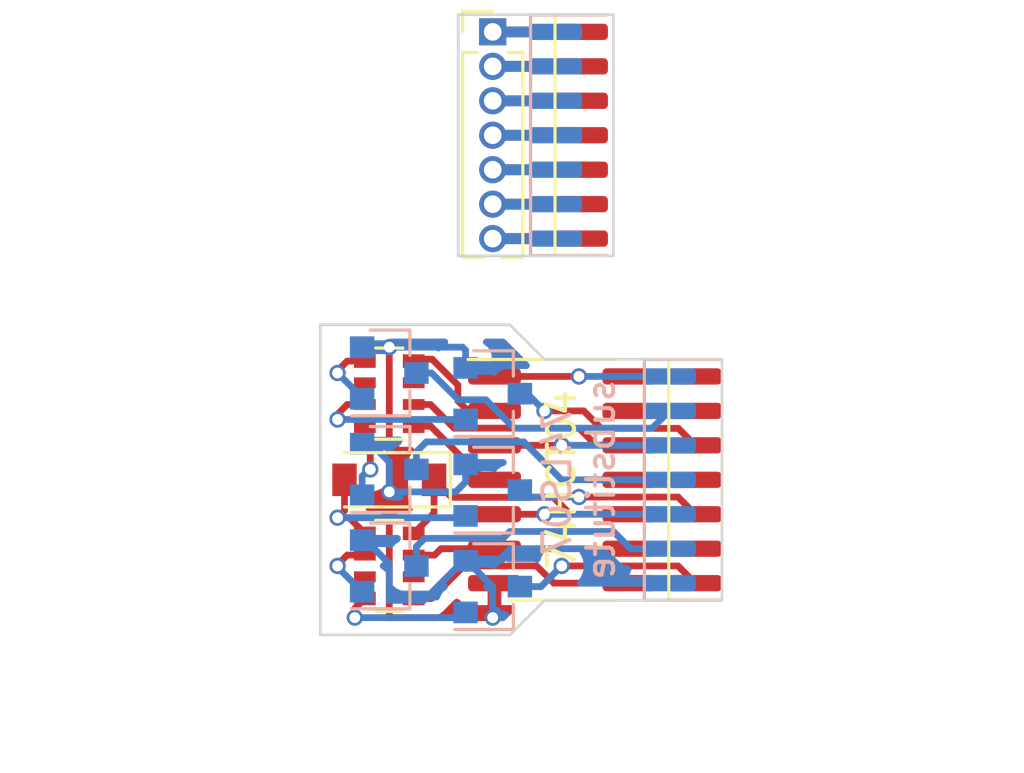
<source format=kicad_pcb>
(kicad_pcb (version 20211014) (generator pcbnew)
  (layers (0 "F.Cu" signal) (31 "B.Cu" signal) (34 "B.Paste" user) (35 "F.Paste" user) (36 "B.SilkS" user "B.Silkscreen") (37 "F.SilkS" user "F.Silkscreen") (38 "B.Mask" user) (39 "F.Mask" user) (44 "Edge.Cuts" user))
  (net 0 "")
  (net 1 "Net-(DID1-Pad2)")
  (net 2 "Net-(DID1-Pad1)")
  (net 3 "2Y")
  (net 4 "GND")
  (net 5 "Net-(Q1-Pad1)")
  (net 6 "3Y")
  (net 7 "Net-(Q2-Pad1)")
  (net 8 "4Y")
  (net 9 "Net-(Q3-Pad1)")
  (net 10 "6Y")
  (net 11 "Net-(Q4-Pad1)")
  (net 12 "5Y")
  (net 13 "1Y")
  (net 14 "Net-(Q6-Pad1)")
  (net 15 "Net-(RN1-Pad4)")
  (net 16 "Net-(RN1-Pad1)")
  (net 17 "Net-(RN2-Pad1)")
  (net 18 "Net-(U1-Pad14)")
  (net 19 "1A")
  (net 20 "5A")
  (net 21 "6A")
  (net 22 "4A")
  (net 23 "3A")
  (net 24 "2A")
  (net 25 "Net-(RN1-Pad2)")
  (net 26 "Net-(RN2-Pad3)")
  (footprint "Resistor_SMD:R_Array_Convex_4x0603" (layer "F.Cu") (at 128.905 85.725 180)
    (fp_text reference "RN1" hide)
    (fp_text value "1k")
    (fp_line (start 0.5 -1.68) (end -0.5 -1.68) (layer "F.SilkS") (width 0.12))
    (fp_line (start 0.5 1.68) (end -0.5 1.68) (layer "F.SilkS") (width 0.12))
    (pad "1" smd rect (at -0.9 -1.2 180) (size 0.8 0.5) (layers "F.Cu" "F.Paste" "F.Mask") (net 16 "Net-(RN1-Pad1)"))
    (pad "2" smd rect (at -0.9 -0.4 180) (size 0.8 0.4) (layers "F.Cu" "F.Paste" "F.Mask") (net 25 "Net-(RN1-Pad2)"))
    (pad "3" smd rect (at -0.9 0.4 180) (size 0.8 0.4) (layers "F.Cu" "F.Paste" "F.Mask"))
    (pad "4" smd rect (at -0.9 1.2 180) (size 0.8 0.5) (layers "F.Cu" "F.Paste" "F.Mask") (net 15 "Net-(RN1-Pad4)"))
    (pad "5" smd rect (at 0.9 1.2 180) (size 0.8 0.5) (layers "F.Cu" "F.Paste" "F.Mask") (net 5 "Net-(Q1-Pad1)"))
    (pad "6" smd rect (at 0.9 0.4 180) (size 0.8 0.4) (layers "F.Cu" "F.Paste" "F.Mask"))
    (pad "7" smd rect (at 0.9 -0.4 180) (size 0.8 0.4) (layers "F.Cu" "F.Paste" "F.Mask") (net 14 "Net-(Q6-Pad1)"))
    (pad "8" smd rect (at 0.9 -1.2 180) (size 0.8 0.5) (layers "F.Cu" "F.Paste" "F.Mask") (net 7 "Net-(Q2-Pad1)"))
  )
  (footprint "74LS07 replacement:SOIC-14_3.9x8.7mm_P1.27mm_replacement" (layer "F.Cu") (at 139.7 88.9)
    (fp_text reference "U2" hide)
    (fp_text value "74LS07")
    (fp_line (start -1.4 -4.435) (end -1.4 4.435) (layer "B.SilkS") (width 0.12))
    (fp_line (start -1.4 -4.435) (end 1.4 -4.435) (layer "B.SilkS") (width 0.12))
    (fp_line (start -1.4 4.435) (end 1.4 4.435) (layer "B.SilkS") (width 0.12))
    (fp_line (start -0.5 -4.435) (end 1.4 -4.435) (layer "F.SilkS") (width 0.12))
    (fp_line (start -0.5 4.435) (end 1.4 4.435) (layer "F.SilkS") (width 0.12))
    (fp_line (start -0.5 -4.435) (end -0.5 4.435) (layer "F.SilkS") (width 0.12))
    (pad "1" smd roundrect locked (at -0.475 -3.81) (size 1.95 0.6) (layers "B.Cu" "B.Paste" "B.Mask") (net 24 "2A"))
    (pad "2" smd roundrect locked (at -0.475 -2.54) (size 1.95 0.6) (layers "B.Cu" "B.Paste" "B.Mask") (net 3 "2Y"))
    (pad "3" smd roundrect locked (at -0.475 -1.27) (size 1.95 0.6) (layers "B.Cu" "B.Paste" "B.Mask") (net 23 "3A"))
    (pad "4" smd roundrect locked (at -0.475 0) (size 1.95 0.6) (layers "B.Cu" "B.Paste" "B.Mask") (net 6 "3Y"))
    (pad "5" smd roundrect locked (at -0.475 1.27) (size 1.95 0.6) (layers "B.Cu" "B.Paste" "B.Mask") (net 22 "4A"))
    (pad "6" smd roundrect locked (at -0.475 2.54) (size 1.95 0.6) (layers "B.Cu" "B.Paste" "B.Mask") (net 8 "4Y"))
    (pad "7" smd roundrect locked (at -0.475 3.81) (size 1.95 0.6) (layers "B.Cu" "B.Paste" "B.Mask") (net 4 "GND"))
    (pad "8" smd roundrect locked (at 0.475 3.81) (size 1.95 0.6) (layers "F.Cu" "F.Paste" "F.Mask") (net 10 "6Y"))
    (pad "9" smd roundrect locked (at 0.475 2.54) (size 1.95 0.6) (layers "F.Cu" "F.Paste" "F.Mask") (net 21 "6A"))
    (pad "10" smd roundrect locked (at 0.475 1.27) (size 1.95 0.6) (layers "F.Cu" "F.Paste" "F.Mask") (net 12 "5Y"))
    (pad "11" smd roundrect locked (at 0.475 0) (size 1.95 0.6) (layers "F.Cu" "F.Paste" "F.Mask") (net 20 "5A"))
    (pad "12" smd roundrect locked (at 0.475 -1.27) (size 1.95 0.6) (layers "F.Cu" "F.Paste" "F.Mask") (net 13 "1Y"))
    (pad "13" smd roundrect locked (at 0.475 -2.54) (size 1.95 0.6) (layers "F.Cu" "F.Paste" "F.Mask") (net 19 "1A"))
    (pad "14" smd roundrect locked (at 0.475 -3.81) (size 1.95 0.6) (layers "F.Cu" "F.Paste" "F.Mask") (net 18 "Net-(U1-Pad14)"))
  )
  (footprint "Package_SO:SOIC-14_3.9x8.7mm_P1.27mm" (layer "F.Cu") (at 135.255 88.9)
    (fp_text reference "U1" hide)
    (fp_text value "74HC04")
    (fp_line (start 0 -4.435) (end 1.95 -4.435) (layer "F.SilkS") (width 0.12))
    (fp_line (start 0 -4.435) (end -3.45 -4.435) (layer "F.SilkS") (width 0.12))
    (fp_line (start 0 4.435) (end -1.95 4.435) (layer "F.SilkS") (width 0.12))
    (fp_line (start 0 4.435) (end 1.95 4.435) (layer "F.SilkS") (width 0.12))
    (pad "1" smd roundrect (at -2.475 -3.81) (size 1.95 0.6) (layers "F.Cu" "F.Paste" "F.Mask") (net 24 "2A"))
    (pad "2" smd roundrect (at -2.475 -2.54) (size 1.95 0.6) (layers "F.Cu" "F.Paste" "F.Mask") (net 15 "Net-(RN1-Pad4)"))
    (pad "3" smd roundrect (at -2.475 -1.27) (size 1.95 0.6) (layers "F.Cu" "F.Paste" "F.Mask") (net 23 "3A"))
    (pad "4" smd roundrect (at -2.475 0) (size 1.95 0.6) (layers "F.Cu" "F.Paste" "F.Mask") (net 16 "Net-(RN1-Pad1)"))
    (pad "5" smd roundrect (at -2.475 1.27) (size 1.95 0.6) (layers "F.Cu" "F.Paste" "F.Mask") (net 22 "4A"))
    (pad "6" smd roundrect (at -2.475 2.54) (size 1.95 0.6) (layers "F.Cu" "F.Paste" "F.Mask") (net 26 "Net-(RN2-Pad3)"))
    (pad "7" smd roundrect (at -2.475 3.81) (size 1.95 0.6) (layers "F.Cu" "F.Paste" "F.Mask") (net 4 "GND"))
    (pad "8" smd roundrect (at 2.475 3.81) (size 1.95 0.6) (layers "F.Cu" "F.Paste" "F.Mask") (net 17 "Net-(RN2-Pad1)"))
    (pad "9" smd roundrect (at 2.475 2.54) (size 1.95 0.6) (layers "F.Cu" "F.Paste" "F.Mask") (net 21 "6A"))
    (pad "10" smd roundrect (at 2.475 1.27) (size 1.95 0.6) (layers "F.Cu" "F.Paste" "F.Mask") (net 2 "Net-(DID1-Pad1)"))
    (pad "11" smd roundrect (at 2.475 0) (size 1.95 0.6) (layers "F.Cu" "F.Paste" "F.Mask") (net 20 "5A"))
    (pad "12" smd roundrect (at 2.475 -1.27) (size 1.95 0.6) (layers "F.Cu" "F.Paste" "F.Mask") (net 25 "Net-(RN1-Pad2)"))
    (pad "13" smd roundrect (at 2.475 -2.54) (size 1.95 0.6) (layers "F.Cu" "F.Paste" "F.Mask") (net 19 "1A"))
    (pad "14" smd roundrect (at 2.475 -3.81) (size 1.95 0.6) (layers "F.Cu" "F.Paste" "F.Mask") (net 18 "Net-(U1-Pad14)"))
  )
  (footprint "Resistor_SMD:R_Array_Convex_4x0603" (layer "F.Cu") (at 128.905 92.075 180)
    (fp_text reference "RN2" hide)
    (fp_text value "1k")
    (fp_line (start 0.5 -1.68) (end -0.5 -1.68) (layer "F.SilkS") (width 0.12))
    (fp_line (start 0.5 1.68) (end -0.5 1.68) (layer "F.SilkS") (width 0.12))
    (pad "1" smd rect (at -0.9 -1.2 180) (size 0.8 0.5) (layers "F.Cu" "F.Paste" "F.Mask") (net 17 "Net-(RN2-Pad1)"))
    (pad "2" smd rect (at -0.9 -0.4 180) (size 0.8 0.4) (layers "F.Cu" "F.Paste" "F.Mask"))
    (pad "3" smd rect (at -0.9 0.4 180) (size 0.8 0.4) (layers "F.Cu" "F.Paste" "F.Mask") (net 26 "Net-(RN2-Pad3)"))
    (pad "4" smd rect (at -0.9 1.2 180) (size 0.8 0.5) (layers "F.Cu" "F.Paste" "F.Mask") (net 2 "Net-(DID1-Pad1)"))
    (pad "5" smd rect (at 0.9 1.2 180) (size 0.8 0.5) (layers "F.Cu" "F.Paste" "F.Mask") (net 1 "Net-(DID1-Pad2)"))
    (pad "6" smd rect (at 0.9 0.4 180) (size 0.8 0.4) (layers "F.Cu" "F.Paste" "F.Mask") (net 9 "Net-(Q3-Pad1)"))
    (pad "7" smd rect (at 0.9 -0.4 180) (size 0.8 0.4) (layers "F.Cu" "F.Paste" "F.Mask"))
    (pad "8" smd rect (at 0.9 -1.2 180) (size 0.8 0.5) (layers "F.Cu" "F.Paste" "F.Mask") (net 11 "Net-(Q4-Pad1)"))
  )
  (footprint "Diode_SMD:D_SOD-123" (layer "F.Cu") (at 128.905 88.9 180)
    (fp_text reference "DID1" hide)
    (fp_text value "1N5819W")
    (fp_line (start -2.25 -1) (end -2.25 1) (layer "F.SilkS") (width 0.12))
    (fp_line (start -2.25 1) (end 1.65 1) (layer "F.SilkS") (width 0.12))
    (fp_line (start -2.25 -1) (end 1.65 -1) (layer "F.SilkS") (width 0.12))
    (pad "1" smd rect (at -1.65 0 180) (size 0.9 1.2) (layers "F.Cu" "F.Paste" "F.Mask") (net 2 "Net-(DID1-Pad1)"))
    (pad "2" smd rect (at 1.65 0 180) (size 0.9 1.2) (layers "F.Cu" "F.Paste" "F.Mask") (net 1 "Net-(DID1-Pad2)"))
  )
  (footprint "Connector_PinHeader_1.27mm:PinHeader_1x07_P1.27mm_Vertical" (layer "F.Cu") (at 132.715 72.39)
    (fp_text reference "REF**" hide)
    (fp_text value "PinHeader_1x07_P1.27mm_Vertical")
    (fp_line (start 0.30753 8.315) (end 1.11 8.315) (layer "F.SilkS") (width 0.12))
    (fp_line (start -1.11 0) (end -1.11 -0.76) (layer "F.SilkS") (width 0.12))
    (fp_line (start -1.11 0.76) (end -0.563471 0.76) (layer "F.SilkS") (width 0.12))
    (fp_line (start -1.11 0.76) (end -1.11 8.315) (layer "F.SilkS") (width 0.12))
    (fp_line (start -1.11 8.315) (end -0.30753 8.315) (layer "F.SilkS") (width 0.12))
    (fp_line (start 0.563471 0.76) (end 1.11 0.76) (layer "F.SilkS") (width 0.12))
    (fp_line (start -1.11 -0.76) (end 0 -0.76) (layer "F.SilkS") (width 0.12))
    (fp_line (start 1.11 0.76) (end 1.11 8.315) (layer "F.SilkS") (width 0.12))
    (pad "1" thru_hole rect (at 0 0) (size 1 1) (drill 0.65) (layers *.Cu *.Mask))
    (pad "2" thru_hole oval (at 0 1.27) (size 1 1) (drill 0.65) (layers *.Cu *.Mask))
    (pad "3" thru_hole oval (at 0 2.54) (size 1 1) (drill 0.65) (layers *.Cu *.Mask))
    (pad "4" thru_hole oval (at 0 3.81) (size 1 1) (drill 0.65) (layers *.Cu *.Mask))
    (pad "5" thru_hole oval (at 0 5.08) (size 1 1) (drill 0.65) (layers *.Cu *.Mask))
    (pad "6" thru_hole oval (at 0 6.35) (size 1 1) (drill 0.65) (layers *.Cu *.Mask))
    (pad "7" thru_hole oval (at 0 7.62) (size 1 1) (drill 0.65) (layers *.Cu *.Mask))
  )
  (footprint "74LS07 replacement:SOIC-14_3.9x8.7mm_P1.27mm_replacement" (layer "F.Cu") (at 135.509 76.2)
    (fp_text reference "REF**" hide)
    (fp_text value "SOIC-14_3.9x8.7mm_P1.27mm_replacement")
    (fp_line (start -1.4 -4.435) (end 1.4 -4.435) (layer "B.SilkS") (width 0.12))
    (fp_line (start -1.4 4.435) (end 1.4 4.435) (layer "B.SilkS") (width 0.12))
    (fp_line (start -1.4 -4.435) (end -1.4 4.435) (layer "B.SilkS") (width 0.12))
    (fp_line (start -0.5 4.435) (end 1.4 4.435) (layer "F.SilkS") (width 0.12))
    (fp_line (start -0.5 -4.435) (end -0.5 4.435) (layer "F.SilkS") (width 0.12))
    (fp_line (start -0.5 -4.435) (end 1.4 -4.435) (layer "F.SilkS") (width 0.12))
    (pad "1" smd roundrect locked (at -0.475 -3.81) (size 1.95 0.6) (layers "B.Cu" "B.Paste" "B.Mask"))
    (pad "2" smd roundrect locked (at -0.475 -2.54) (size 1.95 0.6) (layers "B.Cu" "B.Paste" "B.Mask"))
    (pad "3" smd roundrect locked (at -0.475 -1.27) (size 1.95 0.6) (layers "B.Cu" "B.Paste" "B.Mask"))
    (pad "4" smd roundrect locked (at -0.475 0) (size 1.95 0.6) (layers "B.Cu" "B.Paste" "B.Mask"))
    (pad "5" smd roundrect locked (at -0.475 1.27) (size 1.95 0.6) (layers "B.Cu" "B.Paste" "B.Mask"))
    (pad "6" smd roundrect locked (at -0.475 2.54) (size 1.95 0.6) (layers "B.Cu" "B.Paste" "B.Mask"))
    (pad "7" smd roundrect locked (at -0.475 3.81) (size 1.95 0.6) (layers "B.Cu" "B.Paste" "B.Mask"))
    (pad "8" smd roundrect locked (at 0.475 3.81) (size 1.95 0.6) (layers "F.Cu" "F.Paste" "F.Mask"))
    (pad "9" smd roundrect locked (at 0.475 2.54) (size 1.95 0.6) (layers "F.Cu" "F.Paste" "F.Mask"))
    (pad "10" smd roundrect locked (at 0.475 1.27) (size 1.95 0.6) (layers "F.Cu" "F.Paste" "F.Mask"))
    (pad "11" smd roundrect locked (at 0.475 0) (size 1.95 0.6) (layers "F.Cu" "F.Paste" "F.Mask"))
    (pad "12" smd roundrect locked (at 0.475 -1.27) (size 1.95 0.6) (layers "F.Cu" "F.Paste" "F.Mask"))
    (pad "13" smd roundrect locked (at 0.475 -2.54) (size 1.95 0.6) (layers "F.Cu" "F.Paste" "F.Mask"))
    (pad "14" smd roundrect locked (at 0.475 -3.81) (size 1.95 0.6) (layers "F.Cu" "F.Paste" "F.Mask"))
  )
  (footprint "Sassa:SOT-23" (layer "B.Cu") (at 128.905 92.075)
    (fp_text reference "Q3" hide)
    (fp_text value "MMBT2222")
    (fp_line (start 0.76 1.58) (end 0.76 0.65) (layer "B.SilkS") (width 0.12))
    (fp_line (start 0.76 -1.58) (end -0.7 -1.58) (layer "B.SilkS") (width 0.12))
    (fp_line (start 0.76 1.58) (end -1.4 1.58) (layer "B.SilkS") (width 0.12))
    (fp_line (start 0.76 -1.58) (end 0.76 -0.65) (layer "B.SilkS") (width 0.12))
    (pad "1" smd rect (at -1 0.95) (size 0.9 0.8) (layers "B.Cu" "B.Paste" "B.Mask") (net 9 "Net-(Q3-Pad1)"))
    (pad "2" smd rect (at -1 -0.95) (size 0.9 0.8) (layers "B.Cu" "B.Paste" "B.Mask") (net 4 "GND"))
    (pad "3" smd rect (at 1 0) (size 0.9 0.8) (layers "B.Cu" "B.Paste" "B.Mask") (net 8 "4Y"))
  )
  (footprint "Sassa:SOT-23" (layer "B.Cu") (at 132.715 92.837)
    (fp_text reference "Q4" hide)
    (fp_text value "MMBT2222")
    (fp_line (start 0.76 1.58) (end 0.76 0.65) (layer "B.SilkS") (width 0.12))
    (fp_line (start 0.76 -1.58) (end 0.76 -0.65) (layer "B.SilkS") (width 0.12))
    (fp_line (start 0.76 -1.58) (end -0.7 -1.58) (layer "B.SilkS") (width 0.12))
    (fp_line (start 0.76 1.58) (end -1.4 1.58) (layer "B.SilkS") (width 0.12))
    (pad "1" smd rect (at -1 0.95) (size 0.9 0.8) (layers "B.Cu" "B.Paste" "B.Mask") (net 11 "Net-(Q4-Pad1)"))
    (pad "2" smd rect (at -1 -0.95) (size 0.9 0.8) (layers "B.Cu" "B.Paste" "B.Mask") (net 4 "GND"))
    (pad "3" smd rect (at 1 0) (size 0.9 0.8) (layers "B.Cu" "B.Paste" "B.Mask") (net 10 "6Y"))
  )
  (footprint "Sassa:SOT-23" (layer "B.Cu") (at 132.715 89.281)
    (fp_text reference "Q5" hide)
    (fp_text value "MMBT2222")
    (fp_line (start 0.76 -1.58) (end 0.76 -0.65) (layer "B.SilkS") (width 0.12))
    (fp_line (start 0.76 1.58) (end -1.4 1.58) (layer "B.SilkS") (width 0.12))
    (fp_line (start 0.76 1.58) (end 0.76 0.65) (layer "B.SilkS") (width 0.12))
    (fp_line (start 0.76 -1.58) (end -0.7 -1.58) (layer "B.SilkS") (width 0.12))
    (pad "1" smd rect (at -1 0.95) (size 0.9 0.8) (layers "B.Cu" "B.Paste" "B.Mask") (net 1 "Net-(DID1-Pad2)"))
    (pad "2" smd rect (at -1 -0.95) (size 0.9 0.8) (layers "B.Cu" "B.Paste" "B.Mask") (net 4 "GND"))
    (pad "3" smd rect (at 1 0) (size 0.9 0.8) (layers "B.Cu" "B.Paste" "B.Mask") (net 12 "5Y"))
  )
  (footprint "Sassa:SOT-23" (layer "B.Cu") (at 132.715 85.725)
    (fp_text reference "Q6" hide)
    (fp_text value "MMBT2222")
    (fp_line (start 0.76 1.58) (end -1.4 1.58) (layer "B.SilkS") (width 0.12))
    (fp_line (start 0.76 -1.58) (end 0.76 -0.65) (layer "B.SilkS") (width 0.12))
    (fp_line (start 0.76 -1.58) (end -0.7 -1.58) (layer "B.SilkS") (width 0.12))
    (fp_line (start 0.76 1.58) (end 0.76 0.65) (layer "B.SilkS") (width 0.12))
    (pad "1" smd rect (at -1 0.95) (size 0.9 0.8) (layers "B.Cu" "B.Paste" "B.Mask") (net 14 "Net-(Q6-Pad1)"))
    (pad "2" smd rect (at -1 -0.95) (size 0.9 0.8) (layers "B.Cu" "B.Paste" "B.Mask") (net 4 "GND"))
    (pad "3" smd rect (at 1 0) (size 0.9 0.8) (layers "B.Cu" "B.Paste" "B.Mask") (net 13 "1Y"))
  )
  (footprint "Sassa:SOT-23" (layer "B.Cu") (at 128.905 84.963)
    (fp_text reference "Q1" hide)
    (fp_text value "MMBT2222")
    (fp_line (start 0.76 -1.58) (end -0.7 -1.58) (layer "B.SilkS") (width 0.12))
    (fp_line (start 0.76 1.58) (end -1.4 1.58) (layer "B.SilkS") (width 0.12))
    (fp_line (start 0.76 -1.58) (end 0.76 -0.65) (layer "B.SilkS") (width 0.12))
    (fp_line (start 0.76 1.58) (end 0.76 0.65) (layer "B.SilkS") (width 0.12))
    (pad "1" smd rect (at -1 0.95) (size 0.9 0.8) (layers "B.Cu" "B.Paste" "B.Mask") (net 5 "Net-(Q1-Pad1)"))
    (pad "2" smd rect (at -1 -0.95) (size 0.9 0.8) (layers "B.Cu" "B.Paste" "B.Mask") (net 4 "GND"))
    (pad "3" smd rect (at 1 0) (size 0.9 0.8) (layers "B.Cu" "B.Paste" "B.Mask") (net 3 "2Y"))
  )
  (footprint "Sassa:SOT-23" (layer "B.Cu") (at 128.905 88.519)
    (fp_text reference "Q2" hide)
    (fp_text value "MMBT2222")
    (fp_line (start 0.76 -1.58) (end 0.76 -0.65) (layer "B.SilkS") (width 0.12))
    (fp_line (start 0.76 1.58) (end -1.4 1.58) (layer "B.SilkS") (width 0.12))
    (fp_line (start 0.76 1.58) (end 0.76 0.65) (layer "B.SilkS") (width 0.12))
    (fp_line (start 0.76 -1.58) (end -0.7 -1.58) (layer "B.SilkS") (width 0.12))
    (pad "1" smd rect (at -1 0.95) (size 0.9 0.8) (layers "B.Cu" "B.Paste" "B.Mask") (net 7 "Net-(Q2-Pad1)"))
    (pad "2" smd rect (at -1 -0.95) (size 0.9 0.8) (layers "B.Cu" "B.Paste" "B.Mask") (net 4 "GND"))
    (pad "3" smd rect (at 1 0) (size 0.9 0.8) (layers "B.Cu" "B.Paste" "B.Mask") (net 6 "3Y"))
  )
  (gr_line (start 134.62 84.455) (end 141.1605 84.455) (layer "Edge.Cuts") (width 0.1))
  (gr_line (start 126.365 94.615) (end 126.365 83.185) (layer "Edge.Cuts") (width 0.1))
  (gr_line (start 131.445 80.645) (end 131.445 71.755) (layer "Edge.Cuts") (width 0.1))
  (gr_line (start 141.1605 84.455) (end 141.1605 93.345) (layer "Edge.Cuts") (width 0.1))
  (gr_line (start 137.16 80.645) (end 131.445 80.645) (layer "Edge.Cuts") (width 0.1))
  (gr_line (start 134.62 84.455) (end 133.35 83.185) (layer "Edge.Cuts") (width 0.1))
  (gr_line (start 141.1605 93.345) (end 134.62 93.345) (layer "Edge.Cuts") (width 0.1))
  (gr_line (start 133.35 94.615) (end 126.365 94.615) (layer "Edge.Cuts") (width 0.1))
  (gr_line (start 137.16 71.755) (end 137.16 80.645) (layer "Edge.Cuts") (width 0.1))
  (gr_line (start 133.35 83.185) (end 126.365 83.185) (layer "Edge.Cuts") (width 0.1))
  (gr_line (start 134.62 93.345) (end 133.35 94.615) (layer "Edge.Cuts") (width 0.1))
  (gr_line (start 131.445 71.755) (end 137.16 71.755) (layer "Edge.Cuts") (width 0.1))
  (gr_text "74LS07\nsubstitute" (at 135.89 88.9 90) (layer "B.SilkS") (effects (font (size 1 1)) (justify mirror)))
  (gr_text "74HCT04" (at 135.255 88.9 90) (layer "F.SilkS") (effects (font (size 1 1))))
  (segment (start 135.984 80.01) (end 132.715 80.01) (width 0.4) (layer "F.Cu") (net 0))
  (segment (start 135.984 74.93) (end 132.715 74.93) (width 0.4) (layer "F.Cu") (net 0))
  (segment (start 135.984 78.74) (end 132.715 78.74) (width 0.4) (layer "F.Cu") (net 0))
  (segment (start 135.984 73.66) (end 132.715 73.66) (width 0.4) (layer "F.Cu") (net 0))
  (segment (start 135.984 76.2) (end 132.715 76.2) (width 0.4) (layer "F.Cu") (net 0))
  (segment (start 135.984 72.39) (end 132.715 72.39) (width 0.4) (layer "F.Cu") (net 0))
  (segment (start 135.984 77.47) (end 132.715 77.47) (width 0.4) (layer "F.Cu") (net 0))
  (segment (start 135.034 78.74) (end 132.715 78.74) (width 0.4) (layer "B.Cu") (net 0))
  (segment (start 135.034 74.93) (end 132.715 74.93) (width 0.4) (layer "B.Cu") (net 0))
  (segment (start 135.034 80.01) (end 132.715 80.01) (width 0.4) (layer "B.Cu") (net 0))
  (segment (start 135.034 77.47) (end 132.715 77.47) (width 0.4) (layer "B.Cu") (net 0))
  (segment (start 135.034 72.39) (end 132.715 72.39) (width 0.4) (layer "B.Cu") (net 0))
  (segment (start 135.034 73.66) (end 132.715 73.66) (width 0.4) (layer "B.Cu") (net 0))
  (segment (start 135.034 76.2) (end 132.715 76.2) (width 0.4) (layer "B.Cu") (net 0))
  (segment (start 127.427 90.297) (end 128.005 90.875) (width 0.25) (layer "F.Cu") (net 1))
  (segment (start 127 90.297) (end 127.427 90.297) (width 0.25) (layer "F.Cu") (net 1))
  (segment (start 127.255 90.042) (end 127 90.297) (width 0.25) (layer "F.Cu") (net 1))
  (segment (start 127.255 88.9) (end 127.255 90.042) (width 0.25) (layer "F.Cu") (net 1))
  (via (at 127 90.297) (size 0.6) (drill 0.4) (layers "F.Cu" "B.Cu") (net 1))
  (segment (start 131.715 90.2335) (end 131.6515 90.297) (width 0.25) (layer "B.Cu") (net 1))
  (segment (start 127.424264 90.297) (end 127 90.297) (width 0.25) (layer "B.Cu") (net 1))
  (segment (start 131.6515 90.297) (end 127.424264 90.297) (width 0.25) (layer "B.Cu") (net 1))
  (segment (start 130.555 88.9) (end 131.19999 89.54499) (width 0.25) (layer "F.Cu") (net 2))
  (segment (start 129.805 90.875) (end 130.555 90.125) (width 0.25) (layer "F.Cu") (net 2))
  (segment (start 134.94749 89.54499) (end 135.5725 90.17) (width 0.25) (layer "F.Cu") (net 2))
  (segment (start 135.5725 90.17) (end 137.73 90.17) (width 0.25) (layer "F.Cu") (net 2))
  (segment (start 130.555 90.125) (end 130.555 88.9) (width 0.25) (layer "F.Cu") (net 2))
  (segment (start 131.19999 89.54499) (end 134.94749 89.54499) (width 0.25) (layer "F.Cu") (net 2))
  (segment (start 138.59 86.995) (end 139.225 86.36) (width 0.25) (layer "B.Cu") (net 3))
  (segment (start 131.449999 85.949999) (end 132.46175 85.949999) (width 0.25) (layer "B.Cu") (net 3))
  (segment (start 132.46175 85.949999) (end 133.506751 86.995) (width 0.25) (layer "B.Cu") (net 3))
  (segment (start 133.506751 86.995) (end 138.59 86.995) (width 0.25) (layer "B.Cu") (net 3))
  (segment (start 129.905 84.963) (end 130.463 84.963) (width 0.25) (layer "B.Cu") (net 3))
  (segment (start 130.463 84.963) (end 131.449999 85.949999) (width 0.25) (layer "B.Cu") (net 3))
  (segment (start 128.905 93.98) (end 128.905 84.010501) (width 0.25) (layer "F.Cu") (net 4))
  (segment (start 132.715 93.98) (end 128.905 93.98) (width 0.25) (layer "F.Cu") (net 4))
  (segment (start 132.715 93.98) (end 132.715 92.775) (width 0.25) (layer "F.Cu") (net 4))
  (segment (start 132.715 92.775) (end 132.78 92.71) (width 0.25) (layer "F.Cu") (net 4))
  (via (at 132.715 93.98) (size 0.6) (drill 0.4) (layers "F.Cu" "B.Cu") (net 4))
  (via (at 128.905 89.344498) (size 0.6) (drill 0.4) (layers "F.Cu" "B.Cu") (net 4))
  (via (at 128.905 84.010501) (size 0.6) (drill 0.4) (layers "F.Cu" "B.Cu") (net 4))
  (segment (start 130.175 93.345) (end 131.633 91.887) (width 0.25) (layer "B.Cu") (net 4))
  (segment (start 128.227502 87.5665) (end 128.905 88.243998) (width 0.25) (layer "B.Cu") (net 4))
  (segment (start 139.225 92.71) (end 137.795 92.71) (width 0.25) (layer "B.Cu") (net 4))
  (segment (start 129.329264 89.344498) (end 128.905 89.344498) (width 0.25) (layer "B.Cu") (net 4))
  (segment (start 131.600501 84.010501) (end 129.329264 84.010501) (width 0.25) (layer "B.Cu") (net 4))
  (segment (start 127.905 84.013) (end 128.902501 84.013) (width 0.25) (layer "B.Cu") (net 4))
  (segment (start 131.715 88.331) (end 131.715 88.981) (width 0.25) (layer "B.Cu") (net 4))
  (segment (start 127.905 90.9955) (end 128.905 91.9955) (width 0.25) (layer "B.Cu") (net 4))
  (segment (start 128.905 93.345) (end 130.175 93.345) (width 0.25) (layer "B.Cu") (net 4))
  (segment (start 133.37 91.44) (end 132.9255 91.8845) (width 0.25) (layer "B.Cu") (net 4))
  (segment (start 128.905 88.920234) (end 128.905 89.344498) (width 0.25) (layer "B.Cu") (net 4))
  (segment (start 128.905 91.9955) (end 128.905 93.345) (width 0.25) (layer "B.Cu") (net 4))
  (segment (start 131.715 84.775) (end 131.715 84.125) (width 0.25) (layer "B.Cu") (net 4))
  (segment (start 131.715 91.887) (end 131.765 91.887) (width 0.25) (layer "B.Cu") (net 4))
  (segment (start 128.902501 84.013) (end 128.905 84.010501) (width 0.25) (layer "B.Cu") (net 4))
  (segment (start 136.525 91.44) (end 133.37 91.44) (width 0.25) (layer "B.Cu") (net 4))
  (segment (start 132.9255 91.8845) (end 131.699 91.8845) (width 0.25) (layer "B.Cu") (net 4))
  (segment (start 132.715 92.837) (end 132.715 93.98) (width 0.25) (layer "B.Cu") (net 4))
  (segment (start 131.351502 89.344498) (end 129.329264 89.344498) (width 0.25) (layer "B.Cu") (net 4))
  (segment (start 127.905 87.5665) (end 128.227502 87.5665) (width 0.25) (layer "B.Cu") (net 4))
  (segment (start 137.795 92.71) (end 136.525 91.44) (width 0.25) (layer "B.Cu") (net 4))
  (segment (start 128.905 88.243998) (end 128.905 88.920234) (width 0.25) (layer "B.Cu") (net 4))
  (segment (start 131.633 91.887) (end 131.715 91.887) (width 0.25) (layer "B.Cu") (net 4))
  (segment (start 131.715 88.981) (end 131.351502 89.344498) (width 0.25) (layer "B.Cu") (net 4))
  (segment (start 131.765 91.887) (end 132.715 92.837) (width 0.25) (layer "B.Cu") (net 4))
  (segment (start 129.329264 84.010501) (end 128.905 84.010501) (width 0.25) (layer "B.Cu") (net 4))
  (segment (start 131.715 84.125) (end 131.600501 84.010501) (width 0.25) (layer "B.Cu") (net 4))
  (segment (start 127 84.88) (end 127 84.963) (width 0.25) (layer "F.Cu") (net 5))
  (segment (start 127.355 84.525) (end 127 84.88) (width 0.25) (layer "F.Cu") (net 5))
  (segment (start 128.005 84.525) (end 127.355 84.525) (width 0.25) (layer "F.Cu") (net 5))
  (via (at 127 84.963) (size 0.6) (drill 0.4) (layers "F.Cu" "B.Cu") (net 5))
  (segment (start 127.905 85.9155) (end 127.905 85.868) (width 0.25) (layer "B.Cu") (net 5))
  (segment (start 127.905 85.868) (end 127.299999 85.262999) (width 0.25) (layer "B.Cu") (net 5))
  (segment (start 127.299999 85.262999) (end 127 84.963) (width 0.25) (layer "B.Cu") (net 5))
  (segment (start 133.858 87.503) (end 135.255 88.9) (width 0.25) (layer "B.Cu") (net 6))
  (segment (start 135.255 88.9) (end 138.25 88.9) (width 0.25) (layer "B.Cu") (net 6))
  (segment (start 130.271 87.503) (end 133.858 87.503) (width 0.25) (layer "B.Cu") (net 6))
  (segment (start 129.905 88.519) (end 129.905 87.869) (width 0.25) (layer "B.Cu") (net 6))
  (segment (start 138.25 88.9) (end 139.225 88.9) (width 0.25) (layer "B.Cu") (net 6))
  (segment (start 129.905 87.869) (end 130.271 87.503) (width 0.25) (layer "B.Cu") (net 6))
  (segment (start 128.205028 87.625028) (end 128.205028 88.094736) (width 0.25) (layer "F.Cu") (net 7))
  (segment (start 128.205028 88.094736) (end 128.205028 88.519) (width 0.25) (layer "F.Cu") (net 7))
  (segment (start 128.005 86.925) (end 128.005 87.425) (width 0.25) (layer "F.Cu") (net 7))
  (segment (start 128.005 87.425) (end 128.205028 87.625028) (width 0.25) (layer "F.Cu") (net 7))
  (via (at 128.205028 88.519) (size 0.6) (drill 0.4) (layers "F.Cu" "B.Cu") (net 7))
  (segment (start 127.905 89.469) (end 127.905 88.769054) (width 0.25) (layer "B.Cu") (net 7))
  (segment (start 128.155054 88.519) (end 128.205028 88.519) (width 0.25) (layer "B.Cu") (net 7))
  (segment (start 127.905 88.769054) (end 128.155054 88.519) (width 0.25) (layer "B.Cu") (net 7))
  (segment (start 129.905 92.075) (end 129.905 91.36075) (width 0.25) (layer "B.Cu") (net 8))
  (segment (start 130.20675 91.059) (end 133.096 91.059) (width 0.25) (layer "B.Cu") (net 8))
  (segment (start 137.795 91.44) (end 139.225 91.44) (width 0.25) (layer "B.Cu") (net 8))
  (segment (start 129.905 91.36075) (end 130.20675 91.059) (width 0.25) (layer "B.Cu") (net 8))
  (segment (start 133.35 90.805) (end 137.16 90.805) (width 0.25) (layer "B.Cu") (net 8))
  (segment (start 133.096 91.059) (end 133.35 90.805) (width 0.25) (layer "B.Cu") (net 8))
  (segment (start 137.16 90.805) (end 137.795 91.44) (width 0.25) (layer "B.Cu") (net 8))
  (segment (start 128.005 91.675) (end 127.355 91.675) (width 0.25) (layer "F.Cu") (net 9))
  (segment (start 127.355 91.675) (end 127 92.03) (width 0.25) (layer "F.Cu") (net 9))
  (segment (start 127 92.03) (end 127 92.075) (width 0.25) (layer "F.Cu") (net 9))
  (via (at 127 92.075) (size 0.6) (drill 0.4) (layers "F.Cu" "B.Cu") (net 9))
  (segment (start 127 92.075) (end 127 92.12) (width 0.25) (layer "B.Cu") (net 9))
  (segment (start 127 92.12) (end 127.905 93.025) (width 0.25) (layer "B.Cu") (net 9))
  (segment (start 135.255 92.075) (end 139.54 92.075) (width 0.25) (layer "F.Cu") (net 10))
  (segment (start 139.54 92.075) (end 140.175 92.71) (width 0.25) (layer "F.Cu") (net 10))
  (via (at 135.255 92.075) (size 0.6) (drill 0.4) (layers "F.Cu" "B.Cu") (net 10))
  (segment (start 134.493 92.837) (end 135.255 92.075) (width 0.25) (layer "B.Cu") (net 10))
  (segment (start 133.715 92.837) (end 134.493 92.837) (width 0.25) (layer "B.Cu") (net 10))
  (segment (start 127.635 93.98) (end 127.635 93.645) (width 0.25) (layer "F.Cu") (net 11))
  (segment (start 127.635 93.645) (end 128.005 93.275) (width 0.25) (layer "F.Cu") (net 11))
  (via (at 127.635 93.98) (size 0.6) (drill 0.4) (layers "F.Cu" "B.Cu") (net 11))
  (segment (start 131.715 93.7895) (end 131.5245 93.98) (width 0.25) (layer "B.Cu") (net 11))
  (segment (start 131.5245 93.98) (end 127.635 93.98) (width 0.25) (layer "B.Cu") (net 11))
  (segment (start 135.89 89.535) (end 139.54 89.535) (width 0.25) (layer "F.Cu") (net 12))
  (segment (start 139.54 89.535) (end 140.175 90.17) (width 0.25) (layer "F.Cu") (net 12))
  (via (at 135.89 89.535) (size 0.6) (drill 0.4) (layers "F.Cu" "B.Cu") (net 12))
  (segment (start 133.715 89.281) (end 133.969 89.535) (width 0.25) (layer "B.Cu") (net 12))
  (segment (start 133.969 89.535) (end 135.89 89.535) (width 0.25) (layer "B.Cu") (net 12))
  (segment (start 136.063252 86.36) (end 136.708242 87.00499) (width 0.25) (layer "F.Cu") (net 13))
  (segment (start 134.62 86.36) (end 136.063252 86.36) (width 0.25) (layer "F.Cu") (net 13))
  (segment (start 136.708242 87.00499) (end 139.54999 87.00499) (width 0.25) (layer "F.Cu") (net 13))
  (segment (start 139.875 87.33) (end 140.175 87.63) (width 0.25) (layer "F.Cu") (net 13))
  (segment (start 139.54999 87.00499) (end 139.875 87.33) (width 0.25) (layer "F.Cu") (net 13))
  (via (at 134.62 86.36) (size 0.6) (drill 0.4) (layers "F.Cu" "B.Cu") (net 13))
  (segment (start 133.985 85.725) (end 134.62 86.36) (width 0.25) (layer "B.Cu") (net 13))
  (segment (start 133.715 85.725) (end 133.985 85.725) (width 0.25) (layer "B.Cu") (net 13))
  (segment (start 127.355 86.125) (end 127 86.48) (width 0.25) (layer "F.Cu") (net 14))
  (segment (start 128.005 86.125) (end 127.355 86.125) (width 0.25) (layer "F.Cu") (net 14))
  (segment (start 127 86.48) (end 127 86.6775) (width 0.25) (layer "F.Cu") (net 14))
  (via (at 127 86.6775) (size 0.6) (drill 0.4) (layers "F.Cu" "B.Cu") (net 14))
  (segment (start 127.0025 86.675) (end 127 86.6775) (width 0.25) (layer "B.Cu") (net 14))
  (segment (start 131.715 86.675) (end 127.0025 86.675) (width 0.25) (layer "B.Cu") (net 14))
  (segment (start 131.430023 85.985023) (end 131.430023 85.403612) (width 0.25) (layer "F.Cu") (net 15))
  (segment (start 131.805 86.36) (end 131.430023 85.985023) (width 0.25) (layer "F.Cu") (net 15))
  (segment (start 132.78 86.36) (end 131.805 86.36) (width 0.25) (layer "F.Cu") (net 15))
  (segment (start 131.430023 85.403612) (end 130.481411 84.455) (width 0.25) (layer "F.Cu") (net 15))
  (segment (start 129.875 84.455) (end 129.805 84.525) (width 0.25) (layer "F.Cu") (net 15))
  (segment (start 130.481411 84.455) (end 129.875 84.455) (width 0.25) (layer "F.Cu") (net 15))
  (segment (start 130.428232 86.925) (end 129.805 86.925) (width 0.25) (layer "F.Cu") (net 16))
  (segment (start 132.403232 88.9) (end 130.428232 86.925) (width 0.25) (layer "F.Cu") (net 16))
  (segment (start 132.78 88.9) (end 132.403232 88.9) (width 0.25) (layer "F.Cu") (net 16))
  (segment (start 129.805 93.275) (end 130.455 93.275) (width 0.25) (layer "F.Cu") (net 17))
  (segment (start 131.655 92.075) (end 134.329998 92.075) (width 0.25) (layer "F.Cu") (net 17))
  (segment (start 134.329998 92.075) (end 134.964998 92.71) (width 0.25) (layer "F.Cu") (net 17))
  (segment (start 130.455 93.275) (end 131.655 92.075) (width 0.25) (layer "F.Cu") (net 17))
  (segment (start 136.755 92.71) (end 137.73 92.71) (width 0.25) (layer "F.Cu") (net 17))
  (segment (start 134.964998 92.71) (end 136.755 92.71) (width 0.25) (layer "F.Cu") (net 17))
  (segment (start 137.73 85.09) (end 140.175 85.09) (width 0.25) (layer "F.Cu") (net 18))
  (segment (start 137.73 86.36) (end 140.175 86.36) (width 0.25) (layer "F.Cu") (net 19))
  (segment (start 137.73 88.9) (end 140.175 88.9) (width 0.25) (layer "F.Cu") (net 20))
  (segment (start 137.73 91.44) (end 140.175 91.44) (width 0.25) (layer "F.Cu") (net 21))
  (segment (start 134.62 90.17) (end 132.78 90.17) (width 0.25) (layer "F.Cu") (net 22))
  (via (at 134.62 90.17) (size 0.6) (drill 0.4) (layers "F.Cu" "B.Cu") (net 22))
  (segment (start 139.225 90.17) (end 134.62 90.17) (width 0.25) (layer "B.Cu") (net 22))
  (segment (start 135.25499 87.63) (end 135.254995 87.629995) (width 0.25) (layer "F.Cu") (net 23))
  (segment (start 132.78 87.63) (end 135.25499 87.63) (width 0.25) (layer "F.Cu") (net 23))
  (via (at 135.254995 87.629995) (size 0.6) (drill 0.4) (layers "F.Cu" "B.Cu") (net 23))
  (segment (start 139.225 87.63) (end 135.255 87.63) (width 0.25) (layer "B.Cu") (net 23))
  (segment (start 135.255 87.63) (end 135.254995 87.629995) (width 0.25) (layer "B.Cu") (net 23))
  (segment (start 135.89 85.09) (end 132.78 85.09) (width 0.25) (layer "F.Cu") (net 24))
  (via (at 135.89 85.09) (size 0.6) (drill 0.4) (layers "F.Cu" "B.Cu") (net 24))
  (segment (start 139.225 85.09) (end 135.89 85.09) (width 0.25) (layer "B.Cu") (net 24))
  (segment (start 137.73 87.63) (end 136.525 87.63) (width 0.25) (layer "F.Cu") (net 25))
  (segment (start 130.419821 86.125) (end 129.805 86.125) (width 0.25) (layer "F.Cu") (net 25))
  (segment (start 131.289821 86.995) (end 130.419821 86.125) (width 0.25) (layer "F.Cu") (net 25))
  (segment (start 135.89 86.995) (end 131.289821 86.995) (width 0.25) (layer "F.Cu") (net 25))
  (segment (start 136.525 87.63) (end 135.89 86.995) (width 0.25) (layer "F.Cu") (net 25))
  (segment (start 130.81 91.44) (end 132.78 91.44) (width 0.25) (layer "F.Cu") (net 26))
  (segment (start 130.575 91.675) (end 130.81 91.44) (width 0.25) (layer "F.Cu") (net 26))
  (segment (start 129.805 91.675) (end 130.575 91.675) (width 0.25) (layer "F.Cu") (net 26))
  (zone (net 4) (net_name "GND") (layer "F.Cu") (connect_pads (clearance 0.508)) (min_thickness 0.254) (fill yes (thermal_gap 0.508) (thermal_bridge_width 0.508))
    (polygon (pts (xy 134.62 84.455) (xy 140.97 84.455) (xy 140.97 93.345) (xy 134.62 93.345) (xy 133.35 94.615) (xy 126.365 94.615) (xy 126.365 83.185) (xy 133.35 83.185)))
  )
  (zone (net 4) (net_name "GND") (layer "B.Cu") (connect_pads (clearance 0.508)) (min_thickness 0.254) (fill yes (thermal_gap 0.508) (thermal_bridge_width 0.508))
    (polygon (pts (xy 134.62 84.455) (xy 140.97 84.455) (xy 140.97 93.345) (xy 134.62 93.345) (xy 133.35 94.615) (xy 126.365 94.615) (xy 126.365 83.185) (xy 133.35 83.185)))
  )
)
</source>
